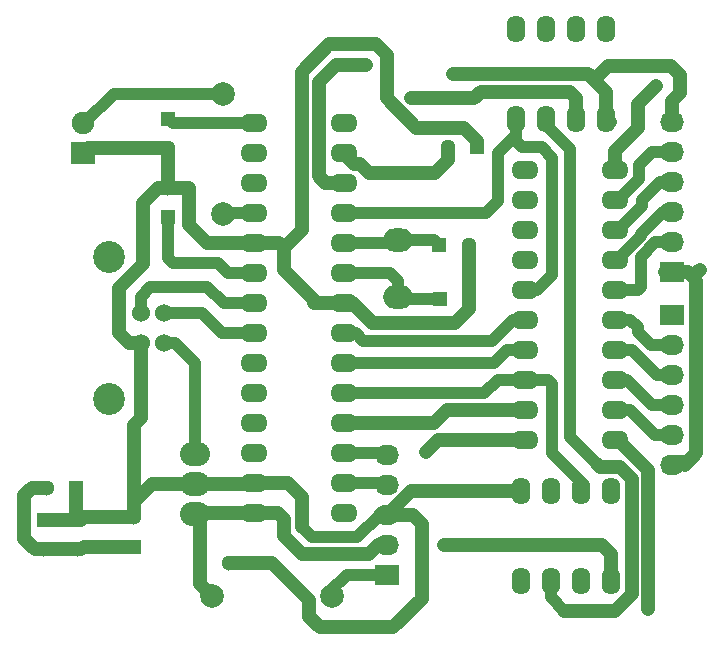
<source format=gbr>
G04 #@! TF.FileFunction,Copper,L2,Bot,Signal*
%FSLAX46Y46*%
G04 Gerber Fmt 4.6, Leading zero omitted, Abs format (unit mm)*
G04 Created by KiCad (PCBNEW 4.0.6-e0-6349~53~ubuntu14.04.1) date Sun Apr 30 16:03:09 2017*
%MOMM*%
%LPD*%
G01*
G04 APERTURE LIST*
%ADD10C,0.100000*%
%ADD11R,1.300000X1.300000*%
%ADD12C,1.300000*%
%ADD13R,2.000000X1.900000*%
%ADD14C,1.900000*%
%ADD15C,1.524000*%
%ADD16C,2.700020*%
%ADD17R,2.032000X1.727200*%
%ADD18O,2.032000X1.727200*%
%ADD19C,1.998980*%
%ADD20O,2.300000X1.600000*%
%ADD21O,2.540000X2.032000*%
%ADD22O,1.600000X2.300000*%
%ADD23O,2.499360X1.998980*%
%ADD24C,1.200000*%
%ADD25C,1.000000*%
%ADD26C,1.200000*%
G04 APERTURE END LIST*
D10*
D11*
X114795300Y-117576600D03*
D12*
X117295300Y-117576600D03*
D11*
X114757200Y-113042700D03*
D12*
X117257200Y-113042700D03*
D11*
X117983000Y-104775000D03*
D12*
X115483000Y-104775000D03*
D11*
X91821000Y-110680500D03*
D12*
X91821000Y-108180500D03*
D11*
X94488000Y-139954000D03*
D12*
X96988000Y-139954000D03*
D11*
X91821000Y-102336600D03*
D12*
X91821000Y-104836600D03*
D11*
X88890000Y-138570000D03*
D12*
X88890000Y-136070000D03*
D11*
X81277460Y-136291320D03*
D12*
X81277460Y-138791320D03*
D11*
X84015580Y-133581140D03*
D12*
X81515580Y-133581140D03*
D11*
X84201000Y-136271000D03*
D12*
X84201000Y-138771000D03*
D13*
X84582000Y-105283000D03*
D14*
X84582000Y-102743000D03*
D15*
X91480000Y-118810000D03*
X91480000Y-121350000D03*
X89481020Y-121350000D03*
X89481020Y-118810000D03*
D16*
X86781000Y-114080520D03*
X86781000Y-126079480D03*
D17*
X110307120Y-140985240D03*
D18*
X110307120Y-138445240D03*
X110307120Y-135905240D03*
X110307120Y-133365240D03*
X110307120Y-130825240D03*
D17*
X134467600Y-115364260D03*
D18*
X134467600Y-112824260D03*
X134467600Y-110284260D03*
X134467600Y-107744260D03*
X134467600Y-105204260D03*
X134467600Y-102664260D03*
D17*
X134439660Y-118968520D03*
D18*
X134439660Y-121508520D03*
X134439660Y-124048520D03*
X134439660Y-126588520D03*
X134439660Y-129128520D03*
X134439660Y-131668520D03*
D19*
X95504000Y-142748000D03*
X105664000Y-142748000D03*
X96469200Y-100228400D03*
X96469200Y-110388400D03*
D20*
X106680000Y-135750000D03*
X106680000Y-133210000D03*
X106680000Y-130670000D03*
X106680000Y-128130000D03*
X106680000Y-125590000D03*
X106680000Y-123050000D03*
X106680000Y-120510000D03*
X106680000Y-117970000D03*
X106680000Y-115430000D03*
X106680000Y-112890000D03*
X106680000Y-110350000D03*
X106680000Y-107810000D03*
X106680000Y-105270000D03*
X106680000Y-102730000D03*
X99060000Y-102730000D03*
X99060000Y-105270000D03*
X99060000Y-107810000D03*
X99060000Y-110350000D03*
X99060000Y-112890000D03*
X99060000Y-115430000D03*
X99060000Y-117970000D03*
X99060000Y-120510000D03*
X99060000Y-123050000D03*
X99060000Y-125590000D03*
X99060000Y-128130000D03*
X99060000Y-130670000D03*
X99060000Y-133210000D03*
X99060000Y-135750000D03*
D21*
X94070000Y-133240000D03*
X94070000Y-135780000D03*
X94070000Y-130700000D03*
D22*
X128905000Y-94742000D03*
X126365000Y-94742000D03*
X123825000Y-94742000D03*
X121285000Y-94742000D03*
X121285000Y-102362000D03*
X123825000Y-102362000D03*
X126365000Y-102362000D03*
X128905000Y-102362000D03*
X129286000Y-133858000D03*
X126746000Y-133858000D03*
X124206000Y-133858000D03*
X121666000Y-133858000D03*
X121666000Y-141478000D03*
X124206000Y-141478000D03*
X126746000Y-141478000D03*
X129286000Y-141478000D03*
D20*
X129616200Y-129527300D03*
X129616200Y-126987300D03*
X129616200Y-124447300D03*
X129616200Y-121907300D03*
X129616200Y-119367300D03*
X129616200Y-116827300D03*
X129616200Y-114287300D03*
X129616200Y-111747300D03*
X129616200Y-109207300D03*
X129616200Y-106667300D03*
X121996200Y-106667300D03*
X121996200Y-109207300D03*
X121996200Y-111747300D03*
X121996200Y-114287300D03*
X121996200Y-116827300D03*
X121996200Y-119367300D03*
X121996200Y-121907300D03*
X121996200Y-124447300D03*
X121996200Y-126987300D03*
X121996200Y-129527300D03*
D23*
X111290100Y-117464840D03*
X111290100Y-112582960D03*
D24*
X136794240Y-115112800D03*
X133096000Y-99568000D03*
X113665000Y-130556000D03*
X115189000Y-138430000D03*
X115951000Y-98552000D03*
X108585000Y-97802700D03*
X112369600Y-100604320D03*
X132461000Y-143891000D03*
D25*
X114795300Y-117576600D02*
X111401860Y-117576600D01*
X111401860Y-117576600D02*
X111290100Y-117464840D01*
X111290100Y-117464840D02*
X111290100Y-116116100D01*
X110604000Y-115430000D02*
X106680000Y-115430000D01*
X111290100Y-116116100D02*
X110604000Y-115430000D01*
D26*
X136319260Y-115587780D02*
X136319260Y-115872260D01*
X136794240Y-115112800D02*
X136319260Y-115587780D01*
X117983000Y-104775000D02*
X117983000Y-104190800D01*
X117983000Y-104190800D02*
X116890800Y-103098600D01*
X103098600Y-111785400D02*
X101600000Y-113284000D01*
X103098600Y-98374200D02*
X103098600Y-111785400D01*
X105422700Y-96050100D02*
X103098600Y-98374200D01*
X109423200Y-96050100D02*
X105422700Y-96050100D01*
X110299500Y-96926400D02*
X109423200Y-96050100D01*
X110299500Y-100584000D02*
X110299500Y-96926400D01*
X112814100Y-103098600D02*
X110299500Y-100584000D01*
X116890800Y-103098600D02*
X112814100Y-103098600D01*
X121666000Y-133858000D02*
X112354360Y-133858000D01*
X112354360Y-133858000D02*
X110307120Y-135905240D01*
X110871000Y-145415000D02*
X104648000Y-145415000D01*
X110871000Y-145415000D02*
X113284000Y-143002000D01*
X113284000Y-143002000D02*
X113284000Y-136652000D01*
X113284000Y-136652000D02*
X112537240Y-135905240D01*
X110307120Y-135905240D02*
X112537240Y-135905240D01*
X100584000Y-139954000D02*
X103759000Y-143129000D01*
X100584000Y-139954000D02*
X96988000Y-139954000D01*
X103759000Y-144526000D02*
X103759000Y-143129000D01*
X104648000Y-145415000D02*
X103759000Y-144526000D01*
X135826500Y-131381500D02*
X134726680Y-131381500D01*
X134726680Y-131381500D02*
X134439660Y-131668520D01*
X129616200Y-106667300D02*
X129616200Y-105079800D01*
X131572000Y-101092000D02*
X133096000Y-99568000D01*
X131572000Y-103124000D02*
X131572000Y-101092000D01*
X129616200Y-105079800D02*
X131572000Y-103124000D01*
X134825740Y-115364260D02*
X133832600Y-115364260D01*
X117983000Y-104775000D02*
X117983000Y-104267000D01*
X135811260Y-115364260D02*
X133832600Y-115364260D01*
X136319260Y-115872260D02*
X135811260Y-115364260D01*
X136525000Y-116078000D02*
X136319260Y-115872260D01*
X135826500Y-131381500D02*
X136525000Y-130683000D01*
X136525000Y-130683000D02*
X136525000Y-116078000D01*
X135539480Y-131668520D02*
X135826500Y-131381500D01*
X106680000Y-117970000D02*
X104140000Y-117970000D01*
X104140000Y-117970000D02*
X104381000Y-117970000D01*
X101206000Y-112890000D02*
X99060000Y-112890000D01*
X101600000Y-113284000D02*
X101206000Y-112890000D01*
X101600000Y-115189000D02*
X101600000Y-113284000D01*
X104381000Y-117970000D02*
X101600000Y-115189000D01*
X110307120Y-135905240D02*
X109712760Y-135905240D01*
D25*
X109712760Y-135905240D02*
X107823000Y-137795000D01*
X107823000Y-137795000D02*
X104013000Y-137795000D01*
X104013000Y-137795000D02*
X103124000Y-136906000D01*
D26*
X103124000Y-136906000D02*
X103124000Y-134366000D01*
X103124000Y-134366000D02*
X101968000Y-133210000D01*
X101968000Y-133210000D02*
X99060000Y-133210000D01*
X81277460Y-136291320D02*
X84421980Y-136291320D01*
X84421980Y-136291320D02*
X84429600Y-136283700D01*
X84015580Y-133581140D02*
X84015580Y-135869680D01*
X84015580Y-135869680D02*
X84429600Y-136283700D01*
X88890000Y-136070000D02*
X84643300Y-136070000D01*
X84643300Y-136070000D02*
X84429600Y-136283700D01*
X89481020Y-121350000D02*
X88457000Y-121350000D01*
X90955500Y-108180500D02*
X91821000Y-108180500D01*
X89662000Y-109474000D02*
X90955500Y-108180500D01*
X89662000Y-114681000D02*
X89662000Y-109474000D01*
X87630000Y-116713000D02*
X89662000Y-114681000D01*
X87630000Y-120523000D02*
X87630000Y-116713000D01*
X88457000Y-121350000D02*
X87630000Y-120523000D01*
X91821000Y-104836600D02*
X85028400Y-104836600D01*
X85028400Y-104836600D02*
X84582000Y-105283000D01*
X99060000Y-112890000D02*
X95110000Y-112890000D01*
X93575500Y-108180500D02*
X91821000Y-108180500D01*
X93599000Y-108204000D02*
X93575500Y-108180500D01*
X93599000Y-111379000D02*
X93599000Y-108204000D01*
X95110000Y-112890000D02*
X93599000Y-111379000D01*
X91821000Y-104836600D02*
X91821000Y-108180500D01*
X94070000Y-133240000D02*
X90407000Y-133240000D01*
X88890000Y-134757000D02*
X88890000Y-136070000D01*
X90407000Y-133240000D02*
X88890000Y-134757000D01*
X94070000Y-133240000D02*
X99030000Y-133240000D01*
X99030000Y-133240000D02*
X99060000Y-133210000D01*
X88890000Y-136070000D02*
X88890000Y-128280000D01*
X88890000Y-128280000D02*
X89481020Y-127688980D01*
X89481020Y-127688980D02*
X89481020Y-121350000D01*
X117257200Y-113042700D02*
X117257200Y-117538500D01*
X117257200Y-117538500D02*
X117295300Y-117576600D01*
X106680000Y-117970000D02*
X107429000Y-117970000D01*
X107429000Y-117970000D02*
X109093000Y-119634000D01*
X109093000Y-119634000D02*
X116078000Y-119634000D01*
X116078000Y-119634000D02*
X117295300Y-118416700D01*
X117295300Y-118416700D02*
X117295300Y-117576600D01*
D25*
X111290100Y-112582960D02*
X114297460Y-112582960D01*
X114297460Y-112582960D02*
X114757200Y-113042700D01*
X106680000Y-112890000D02*
X110983060Y-112890000D01*
X110983060Y-112890000D02*
X111290100Y-112582960D01*
D26*
X134467600Y-102664260D02*
X134467600Y-100863400D01*
X129032000Y-97917000D02*
X127889000Y-99060000D01*
X134366000Y-97917000D02*
X129032000Y-97917000D01*
X135128000Y-98679000D02*
X134366000Y-97917000D01*
X135128000Y-100203000D02*
X135128000Y-98679000D01*
X134467600Y-100863400D02*
X135128000Y-100203000D01*
X114693700Y-129527300D02*
X121996200Y-129527300D01*
X113665000Y-130556000D02*
X114693700Y-129527300D01*
X129286000Y-141478000D02*
X129286000Y-139192000D01*
X129286000Y-139192000D02*
X128524000Y-138430000D01*
X128524000Y-138430000D02*
X115189000Y-138430000D01*
X94488000Y-139954000D02*
X94488000Y-141732000D01*
X94488000Y-141732000D02*
X95504000Y-142748000D01*
X94488000Y-139954000D02*
X94488000Y-136198000D01*
X94488000Y-136198000D02*
X94070000Y-135780000D01*
X115483000Y-104775000D02*
X115483000Y-105878000D01*
X115483000Y-105878000D02*
X114427000Y-106934000D01*
X114427000Y-106934000D02*
X108839000Y-106934000D01*
X108839000Y-106934000D02*
X108077000Y-106172000D01*
X108077000Y-106172000D02*
X107582000Y-106172000D01*
X107582000Y-106172000D02*
X106680000Y-105270000D01*
X128905000Y-102362000D02*
X128905000Y-100076000D01*
X127381000Y-98552000D02*
X115951000Y-98552000D01*
X128905000Y-100076000D02*
X127889000Y-99060000D01*
X127889000Y-99060000D02*
X127762000Y-98933000D01*
X127762000Y-98933000D02*
X127381000Y-98552000D01*
X121678700Y-129527300D02*
X121996200Y-129527300D01*
X129207260Y-102664260D02*
X128905000Y-102362000D01*
X81277460Y-138791320D02*
X80498320Y-138791320D01*
X80286860Y-133581140D02*
X81515580Y-133581140D01*
X79629000Y-134239000D02*
X80286860Y-133581140D01*
X79629000Y-137922000D02*
X79629000Y-134239000D01*
X80498320Y-138791320D02*
X79629000Y-137922000D01*
X110307120Y-138445240D02*
X109585760Y-138445240D01*
X109585760Y-138445240D02*
X108839000Y-139192000D01*
X108839000Y-139192000D02*
X103124000Y-139192000D01*
X103124000Y-139192000D02*
X101600000Y-137668000D01*
X101600000Y-137668000D02*
X101600000Y-136271000D01*
X101600000Y-136271000D02*
X101079000Y-135750000D01*
X101079000Y-135750000D02*
X99060000Y-135750000D01*
X81277460Y-138791320D02*
X84421980Y-138791320D01*
X84421980Y-138791320D02*
X84429600Y-138783700D01*
X88890000Y-138570000D02*
X84643300Y-138570000D01*
X84643300Y-138570000D02*
X84429600Y-138783700D01*
X99060000Y-135750000D02*
X94100000Y-135750000D01*
X94100000Y-135750000D02*
X94070000Y-135780000D01*
D25*
X99060000Y-115430000D02*
X96888000Y-115430000D01*
X91821000Y-114173000D02*
X91821000Y-110680500D01*
X92202000Y-114554000D02*
X91821000Y-114173000D01*
X96012000Y-114554000D02*
X92202000Y-114554000D01*
X96888000Y-115430000D02*
X96012000Y-114554000D01*
X91480000Y-121350000D02*
X92394000Y-121350000D01*
X94070000Y-123026000D02*
X94070000Y-130700000D01*
X92394000Y-121350000D02*
X94070000Y-123026000D01*
X99060000Y-102730000D02*
X92214400Y-102730000D01*
X92214400Y-102730000D02*
X91821000Y-102336600D01*
X96469200Y-100228400D02*
X87223600Y-100228400D01*
X87223600Y-100228400D02*
X84709000Y-102743000D01*
X84709000Y-102743000D02*
X84582000Y-102743000D01*
X99060000Y-120510000D02*
X96380000Y-120510000D01*
X94680000Y-118810000D02*
X91480000Y-118810000D01*
X96380000Y-120510000D02*
X94680000Y-118810000D01*
X99060000Y-117970000D02*
X96507000Y-117970000D01*
X89481020Y-117401980D02*
X89481020Y-118810000D01*
X90297000Y-116586000D02*
X89481020Y-117401980D01*
X95123000Y-116586000D02*
X90297000Y-116586000D01*
X96507000Y-117970000D02*
X95123000Y-116586000D01*
X110307120Y-140985240D02*
X106918760Y-140985240D01*
X106918760Y-140985240D02*
X105537000Y-142367000D01*
X105537000Y-142367000D02*
X105537000Y-143002000D01*
X106680000Y-133210000D02*
X110151880Y-133210000D01*
X110151880Y-133210000D02*
X110307120Y-133365240D01*
X106680000Y-130670000D02*
X110151880Y-130670000D01*
X110151880Y-130670000D02*
X110307120Y-130825240D01*
X129616200Y-116827300D02*
X131559300Y-116827300D01*
X131826000Y-114046000D02*
X133047740Y-112824260D01*
X131826000Y-116560600D02*
X131826000Y-114046000D01*
X131559300Y-116827300D02*
X131826000Y-116560600D01*
X133047740Y-112824260D02*
X133832600Y-112824260D01*
X133832600Y-110284260D02*
X133682740Y-110284260D01*
X133682740Y-110284260D02*
X131826000Y-112141000D01*
X131826000Y-112141000D02*
X131826000Y-112268000D01*
X131826000Y-112268000D02*
X129806700Y-114287300D01*
X129806700Y-114287300D02*
X129616200Y-114287300D01*
X129616200Y-114287300D02*
X129887640Y-114287300D01*
X129616200Y-111747300D02*
X129933700Y-111747300D01*
X129933700Y-111747300D02*
X131953000Y-109728000D01*
X131953000Y-109728000D02*
X131953000Y-109220000D01*
X131953000Y-109220000D02*
X133428740Y-107744260D01*
X133428740Y-107744260D02*
X133832600Y-107744260D01*
X133832600Y-105204260D02*
X132793740Y-105204260D01*
X131699000Y-107442000D02*
X129933700Y-109207300D01*
X131699000Y-106299000D02*
X131699000Y-107442000D01*
X132793740Y-105204260D02*
X131699000Y-106299000D01*
X129933700Y-109207300D02*
X129616200Y-109207300D01*
D26*
X105127760Y-107810000D02*
X104546400Y-107228640D01*
X104546400Y-107228640D02*
X104546400Y-99250500D01*
X104546400Y-99250500D02*
X105994200Y-97802700D01*
X105994200Y-97802700D02*
X108585000Y-97802700D01*
X105127760Y-107810000D02*
X106680000Y-107810000D01*
D25*
X133804660Y-121508520D02*
X132684520Y-121508520D01*
X130924300Y-119367300D02*
X129616200Y-119367300D01*
X131572000Y-120015000D02*
X130924300Y-119367300D01*
X131572000Y-120396000D02*
X131572000Y-120015000D01*
X132684520Y-121508520D02*
X131572000Y-120396000D01*
X133804660Y-124048520D02*
X133192520Y-124048520D01*
X133192520Y-124048520D02*
X131051300Y-121907300D01*
X131051300Y-121907300D02*
X129616200Y-121907300D01*
X133804660Y-126588520D02*
X132811520Y-126588520D01*
X132811520Y-126588520D02*
X130670300Y-124447300D01*
X130670300Y-124447300D02*
X129616200Y-124447300D01*
X133804660Y-129128520D02*
X133065520Y-129128520D01*
X133065520Y-129128520D02*
X130924300Y-126987300D01*
X130924300Y-126987300D02*
X129616200Y-126987300D01*
X99060000Y-110350000D02*
X96507600Y-110350000D01*
X96507600Y-110350000D02*
X96469200Y-110388400D01*
D26*
X121996200Y-126987300D02*
X115455700Y-126987300D01*
X114313000Y-128130000D02*
X106680000Y-128130000D01*
X115455700Y-126987300D02*
X114313000Y-128130000D01*
D25*
X121043700Y-126987300D02*
X121996200Y-126987300D01*
X126746000Y-133858000D02*
X126746000Y-133096000D01*
X126746000Y-133096000D02*
X124333000Y-130683000D01*
X124333000Y-130683000D02*
X124333000Y-124841000D01*
X124333000Y-124841000D02*
X123939300Y-124447300D01*
X123939300Y-124447300D02*
X121996200Y-124447300D01*
X106680000Y-125590000D02*
X118550060Y-125590000D01*
X119692760Y-124447300D02*
X121996200Y-124447300D01*
X118550060Y-125590000D02*
X119692760Y-124447300D01*
X106680000Y-123050000D02*
X119393000Y-123050000D01*
X120535700Y-121907300D02*
X121996200Y-121907300D01*
X119393000Y-123050000D02*
X120535700Y-121907300D01*
X106680000Y-120510000D02*
X107683000Y-120510000D01*
X107683000Y-120510000D02*
X108331000Y-121158000D01*
X108331000Y-121158000D02*
X119253000Y-121158000D01*
X119253000Y-121158000D02*
X121043700Y-119367300D01*
X121043700Y-119367300D02*
X121996200Y-119367300D01*
X106680000Y-110350000D02*
X118758000Y-110350000D01*
X119761000Y-105283000D02*
X121285000Y-103759000D01*
X119761000Y-109347000D02*
X119761000Y-105283000D01*
X118758000Y-110350000D02*
X119761000Y-109347000D01*
X121996200Y-116827300D02*
X123075700Y-116827300D01*
X123075700Y-116827300D02*
X124333000Y-115570000D01*
X121285000Y-104267000D02*
X121285000Y-103759000D01*
X121285000Y-103759000D02*
X121285000Y-102362000D01*
X121793000Y-104775000D02*
X121285000Y-104267000D01*
X123444000Y-104775000D02*
X121793000Y-104775000D01*
X124333000Y-105664000D02*
X123444000Y-104775000D01*
X124333000Y-115570000D02*
X124333000Y-105664000D01*
D26*
X125806200Y-100050600D02*
X118272560Y-100050600D01*
X126365000Y-100609400D02*
X125806200Y-100050600D01*
X126365000Y-102362000D02*
X126365000Y-100609400D01*
X117718840Y-100604320D02*
X112369600Y-100604320D01*
X118272560Y-100050600D02*
X117718840Y-100604320D01*
X125349000Y-144018000D02*
X129667000Y-144018000D01*
D25*
X125857000Y-129286000D02*
X128143000Y-131572000D01*
X125349000Y-144018000D02*
X124206000Y-142875000D01*
X124206000Y-141478000D02*
X124206000Y-142875000D01*
X125857000Y-104902000D02*
X123825000Y-102870000D01*
X125857000Y-104902000D02*
X125857000Y-121285000D01*
X125857000Y-121285000D02*
X125857000Y-129286000D01*
D26*
X128397000Y-131826000D02*
X128143000Y-131572000D01*
X130048000Y-131826000D02*
X128397000Y-131826000D01*
X131064000Y-132842000D02*
X130048000Y-131826000D01*
X131064000Y-142621000D02*
X131064000Y-132842000D01*
X129667000Y-144018000D02*
X131064000Y-142621000D01*
D25*
X123825000Y-102362000D02*
X123825000Y-102870000D01*
D26*
X129616200Y-129527300D02*
X129908300Y-129527300D01*
X129908300Y-129527300D02*
X132464002Y-132083002D01*
X132464002Y-132083002D02*
X132464002Y-143633998D01*
X132464002Y-143633998D02*
X132461000Y-143637000D01*
X132461000Y-143637000D02*
X132461000Y-143891000D01*
M02*

</source>
